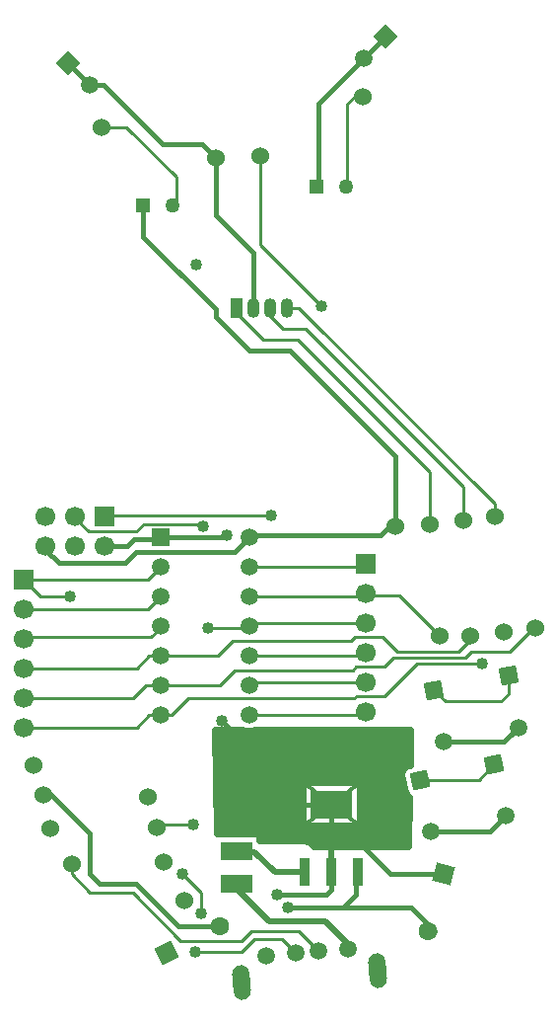
<source format=gbr>
G04 DipTrace 3.3.1.3*
G04 Bottom.gbr*
%MOIN*%
G04 #@! TF.FileFunction,Copper,L2,Bot*
G04 #@! TF.Part,Single*
%AMOUTLINE0*
4,1,4,
0.038575,0.022272,
0.022272,-0.038575,
-0.038575,-0.022272,
-0.022272,0.038575,
0.038575,0.022272,
0*%
%AMOUTLINE3*
4,1,4,
-0.042341,0.013828,
0.013828,0.042341,
0.042341,-0.013828,
-0.013828,-0.042341,
-0.042341,0.013828,
0*%
%AMOUTLINE6*
4,1,4,
0.0,-0.041759,
-0.041759,0.0,
0.0,0.041759,
0.041759,0.0,
0.0,-0.041759,
0*%
%AMOUTLINE9*
4,1,4,
-0.041759,0.0,
0.0,0.041759,
0.041759,0.0,
0.0,-0.041759,
-0.041759,0.0,
0*%
%AMOUTLINE12*
4,1,4,
-0.023433,-0.034563,
-0.034563,0.023433,
0.023433,0.034563,
0.034563,-0.023433,
-0.023433,-0.034563,
0*%
%AMOUTLINE15*
4,1,4,
-0.022755,-0.035014,
-0.035014,0.022755,
0.022755,0.035014,
0.035014,-0.022755,
-0.022755,-0.035014,
0*%
%AMOUTLINE18*
4,1,16,
-0.026997,-0.031857,
-0.023029,-0.044385,
-0.014018,-0.05395,
-0.001749,-0.058657,
0.011346,-0.057576,
0.022677,-0.05092,
0.029997,-0.040007,
0.031857,-0.026997,
0.026997,0.031857,
0.023029,0.044385,
0.014018,0.05395,
0.001749,0.058657,
-0.011346,0.057576,
-0.022677,0.05092,
-0.029997,0.040007,
-0.031857,0.026997,
-0.026997,-0.031857,
0*%
G04 #@! TA.AperFunction,Conductor*
%ADD13C,0.01*%
%ADD14C,0.015*%
%ADD15C,0.02*%
G04 #@! TA.AperFunction,CopperBalancing*
%ADD16C,0.025*%
%ADD17C,0.013*%
G04 #@! TA.AperFunction,ComponentPad*
%ADD18C,0.062992*%
%ADD19C,0.05*%
%ADD20R,0.05X0.05*%
%ADD21O,0.041339X0.066929*%
%ADD22R,0.041339X0.066929*%
%ADD23C,0.059055*%
%ADD24R,0.066929X0.066929*%
%ADD25C,0.066929*%
%ADD26C,0.06*%
%ADD27C,0.06*%
%ADD28R,0.106299X0.062992*%
G04 #@! TA.AperFunction,ComponentPad*
%ADD29C,0.059055*%
%ADD30R,0.059055X0.059055*%
%ADD32R,0.037402X0.096457*%
%ADD33R,0.139764X0.09252*%
G04 #@! TA.AperFunction,ViaPad*
%ADD34C,0.04*%
G04 #@! TA.AperFunction,ComponentPad*
%ADD84OUTLINE0*%
%ADD87OUTLINE3*%
%ADD90OUTLINE6*%
%ADD93OUTLINE9*%
%ADD96OUTLINE12*%
%ADD99OUTLINE15*%
%ADD102OUTLINE18*%
%FSLAX26Y26*%
G04*
G70*
G90*
G75*
G01*
G04 Bottom*
%LPD*%
X536956Y1374575D2*
D13*
X921339D1*
X963293Y1416529D1*
X1000852D1*
X1038285D1*
X1094592Y1472836D1*
X1657033D1*
X1663283Y1479086D1*
X1757023D1*
X1869511Y1591574D1*
X2088238D1*
X1300852Y1816529D2*
X1682522D1*
X1694146Y1828154D1*
Y1818550D1*
X1809044D1*
X1944419Y1683175D1*
X2177825Y1548539D2*
Y1488220D1*
X2151943Y1462338D1*
X1964474D1*
X1926506Y1500308D1*
X1694146Y1728154D2*
X1312477D1*
X1300852Y1716529D1*
X1879914Y1195250D2*
X2077119D1*
X2130245Y1248375D1*
X1300852Y1716529D2*
Y1710312D1*
X1163335D1*
X1113340Y1047881D2*
X988354D1*
Y1035382D1*
X536956Y1474575D2*
X908851D1*
X950805Y1516529D1*
X1000852D1*
X1200779D1*
X1250826Y1566577D1*
X1650784D1*
X1663283Y1579075D1*
X1757023D1*
X1788270Y1610322D1*
X2031994D1*
X2050742Y1629070D1*
X2181978D1*
X2262304Y1709396D1*
X2268792D1*
X1300852Y1916529D2*
X1682522D1*
X1694146Y1928154D1*
X1338317Y3303894D2*
Y3003926D1*
X1544545Y2797697D1*
X1300852Y1616529D2*
X1682522D1*
X1694146Y1628154D1*
Y1528154D2*
X1312477D1*
X1300852Y1516529D1*
X713393Y2085283D2*
Y2079012D1*
X757128Y2035277D1*
X919611D1*
X944608Y2060275D1*
X1138338D1*
X1144587Y2054025D1*
X1578981Y885398D2*
D14*
Y1113745D1*
Y885398D2*
Y857340D1*
X1575792Y854151D1*
Y999886D1*
X1657448D1*
X1777031Y880304D1*
X1958329D1*
X1959897Y1326317D2*
X2162983D1*
X2211216Y1374549D1*
X1916693Y1021944D2*
X2113898D1*
X2167024Y1075069D1*
X1000852Y2016529D2*
Y2010280D1*
X913361D1*
X888364Y1985283D1*
X813393D1*
X1207081Y1397844D2*
X1491180Y1113745D1*
X1578981D1*
X690183Y3615082D2*
X760894Y3544371D1*
X807333D1*
X1009149Y3342554D1*
X1143423D1*
X1188333Y3297645D1*
X1120801Y2937183D2*
Y2943432D1*
X1188333Y3297645D2*
Y3103915D1*
X1314473Y2977775D1*
Y2791284D1*
X1225829Y2022779D2*
X1219579Y2016529D1*
X1000852D1*
X1578981Y885398D2*
Y826094D1*
X1563293Y810406D1*
X1394561D1*
X1760280Y3705251D2*
X1689569Y3634540D1*
X1688112D1*
X1535029Y3481457D1*
Y3204104D1*
X1529321Y3198396D1*
X1300852Y2016529D2*
X1307102Y2022779D1*
X1744524D1*
X1788270Y2066524D1*
Y2047776D1*
X1800768D1*
X1794519Y2054025D1*
X1432057Y766661D2*
X1619537D1*
X1847725D1*
X1927268Y687117D1*
X1906565D1*
X1669532Y885398D2*
X1663283D1*
Y810406D1*
X1619537Y766661D1*
X613393Y1985283D2*
Y1972784D1*
X657138Y1929039D1*
X882115D1*
X919611Y1966535D1*
X1250857D1*
X1300852Y2016529D1*
X942791Y3136704D2*
Y3030741D1*
X1188333Y2785199D1*
Y2760201D1*
X1300821Y2647713D1*
X1438306D1*
X1794519Y2291501D1*
Y2054025D1*
X604464Y1147758D2*
X632254D1*
X763377Y1016634D1*
Y879149D1*
X794624Y847902D1*
X919611D1*
X1063346Y704167D1*
X1200831D1*
X801962Y3401172D2*
D13*
X885318D1*
X1054557Y3231934D1*
Y3148470D1*
X1042791Y3136704D1*
X1684726Y3503894D2*
X1657054D1*
X1633247Y3480087D1*
Y3202322D1*
X1629321Y3198396D1*
X700650Y912078D2*
Y879382D1*
X763377Y816655D1*
X907112D1*
X1069595Y654172D1*
X1275823D1*
X1307070Y685419D1*
X1470242D1*
X1536739Y618922D1*
X536956Y1874575D2*
X958898D1*
X1000852Y1916529D1*
X694634Y1816550D2*
X594981D1*
X536956Y1874575D1*
Y1774575D2*
X958898D1*
X1000852Y1816529D1*
X1075844Y879149D2*
X1138338Y816655D1*
Y747913D1*
X1119590Y616676D2*
X1275823D1*
X1319569Y660422D1*
X1410287D1*
X1458267Y612443D1*
X1426973Y2791284D2*
X1469717D1*
X2131983Y2129018D1*
Y2085272D1*
X1370724Y2791284D2*
Y2764053D1*
X1415558Y2719218D1*
X1491788D1*
X2025745Y2185262D1*
Y2072773D1*
X1000852Y1716529D2*
Y1710312D1*
X969606Y1679065D1*
X541445D1*
X536956Y1674575D1*
X1258224Y2791284D2*
Y2774577D1*
X1349878Y2682922D1*
X1465591D1*
X1913256Y2235256D1*
Y2060275D1*
X1634831Y627022D2*
Y642090D1*
D15*
X1558255Y718666D1*
X1367564D1*
X1257075Y829154D1*
Y847902D1*
X1488430Y885398D2*
X1388312D1*
X1319569Y954141D1*
X1232078D1*
X1219579Y966640D1*
D13*
X1257075D1*
Y958138D1*
X1300852Y1416529D2*
X1682522D1*
X1694146Y1428154D1*
X813393Y2085283D2*
Y2091522D1*
X1375813D1*
X536956Y1574575D2*
X921360D1*
X963314Y1616529D1*
X1000852D1*
X1194540D1*
X1244577Y1666566D1*
X1644535D1*
X1657033Y1679065D1*
X1750773D1*
X1800768Y1629070D1*
X2006997D1*
X2044493Y1666566D1*
Y1684398D1*
X2050065D1*
D34*
X2088238Y1591574D3*
X1163335Y1710312D3*
X1113340Y1047881D3*
X1544545Y2797697D3*
X1144587Y2054025D3*
X1207081Y1397844D3*
X1120801Y2937183D3*
X1225829Y2022779D3*
X1394561Y810406D3*
X1432057Y766661D3*
X694634Y1816550D3*
X1075844Y879149D3*
X1138338Y747913D3*
X1119590Y616676D3*
X1375813Y2091522D3*
X1192602Y1337478D2*
D16*
X1842667D1*
X1192997Y1312609D2*
X1842272D1*
X1193355Y1287741D2*
X1841914D1*
X1193750Y1262872D2*
X1841519D1*
X1194108Y1238003D2*
X1822106D1*
X1194503Y1213134D2*
X1814318D1*
X1194861Y1188266D2*
X1478083D1*
X1679873D2*
X1819594D1*
X1195256Y1163397D2*
X1478083D1*
X1679873D2*
X1824868D1*
X1195616Y1138528D2*
X1478083D1*
X1679873D2*
X1836208D1*
X1196010Y1113659D2*
X1478083D1*
X1679873D2*
X1839258D1*
X1196369Y1088791D2*
X1478083D1*
X1679873D2*
X1838899D1*
X1196764Y1063922D2*
X1478083D1*
X1679873D2*
X1838504D1*
X1197123Y1039053D2*
X1478083D1*
X1679873D2*
X1838146D1*
X1341234Y1014184D2*
X1837751D1*
X1506588Y989315D2*
X1837392D1*
X1194982Y1018134D2*
X1338725D1*
Y992621D1*
X1491451Y992523D1*
X1497418Y991577D1*
X1503163Y989710D1*
X1508546Y986968D1*
X1513434Y983417D1*
X1517705Y979145D1*
X1519583Y976760D1*
X1523190Y974890D1*
X1839653D1*
X1842104Y1136060D1*
X1838083Y1139061D1*
X1835006Y1142305D1*
X1832474Y1145993D1*
X1830550Y1150029D1*
X1829280Y1154326D1*
X1816644Y1214292D1*
X1816411Y1218758D1*
X1816880Y1223205D1*
X1818039Y1227525D1*
X1819859Y1231611D1*
X1822296Y1235360D1*
X1825289Y1238683D1*
X1828766Y1241497D1*
X1832640Y1243730D1*
X1836815Y1245333D1*
X1843793Y1246903D1*
X1845532Y1362319D1*
X1321648Y1362347D1*
X1314398Y1360106D1*
X1305405Y1358680D1*
X1296300D1*
X1287306Y1360106D1*
X1280199Y1362346D1*
X1189737Y1362347D1*
X1194952Y1018137D1*
X1482436Y1188504D2*
X1677363D1*
Y1038985D1*
X1480599D1*
Y1188504D1*
X1482436D1*
X1480628Y1188482D2*
D17*
X1677334Y1039006D1*
Y1188482D2*
X1480628Y1039006D1*
D18*
X1906565Y687117D3*
D84*
X1958329Y880304D3*
D18*
X1200831Y704167D3*
D87*
X1022493Y613637D3*
D19*
X1042791Y3136704D3*
D20*
X942791D3*
D19*
X1629321Y3198396D3*
D20*
X1529321D3*
D21*
X1426973Y2791284D3*
X1314473D3*
D22*
X1258224D3*
D21*
X1370724D3*
D90*
X690183Y3615082D3*
D23*
X760894Y3544371D3*
D93*
X1760280Y3705251D3*
D23*
X1689569Y3634540D3*
D24*
X1694146Y1928154D3*
D25*
Y1828154D3*
Y1728154D3*
Y1628154D3*
Y1528154D3*
Y1428154D3*
D24*
X536956Y1874575D3*
D25*
Y1774575D3*
Y1674575D3*
Y1574575D3*
Y1474575D3*
Y1374575D3*
D24*
X813393Y2085283D3*
D25*
Y1985283D3*
X713393Y2085283D3*
Y1985283D3*
X613393Y2085283D3*
Y1985283D3*
D26*
X1188333Y3297645D3*
D27*
X801962Y3401172D3*
D26*
X1338317Y3303894D3*
D27*
X1684726Y3503894D3*
D26*
X988354Y1035382D3*
D27*
X604464Y1147758D3*
D26*
X1794519Y2054025D3*
D27*
X1944419Y1683175D3*
D26*
X1082094Y791658D3*
D27*
X700650Y912078D3*
D26*
X1010760Y919497D3*
D27*
X627157Y1032843D3*
D26*
X957107Y1141621D3*
D27*
X570852Y1245582D3*
D28*
X1257075Y847902D3*
Y958138D3*
D26*
X2131983Y2085272D3*
D27*
X2268792Y1709396D3*
D26*
X2025745Y2072773D3*
D27*
X2162553Y1696897D3*
D26*
X1913256Y2060275D3*
D27*
X2050065Y1684398D3*
D96*
X1926506Y1500306D3*
D29*
X1959897Y1326316D3*
X2211216Y1374549D3*
D96*
X2177825Y1548538D3*
D99*
X1879915Y1195249D3*
D29*
X1916693Y1021943D3*
X2167024Y1075069D3*
D99*
X2130245Y1248375D3*
D30*
X1000852Y2016529D3*
D23*
Y1916529D3*
Y1816529D3*
Y1716529D3*
Y1616529D3*
Y1516529D3*
Y1416529D3*
X1300852D3*
Y1516529D3*
Y1616529D3*
Y1716529D3*
Y1816529D3*
Y1916529D3*
Y2016529D3*
D32*
X1669532Y885398D3*
X1578981D3*
X1488430D3*
D33*
X1578981Y1113745D3*
D23*
X1458266Y612443D3*
X1536739Y618923D3*
X1634830Y627022D3*
X1360175Y604345D3*
D102*
X1274772Y514334D3*
X1733839Y552238D3*
M02*

</source>
